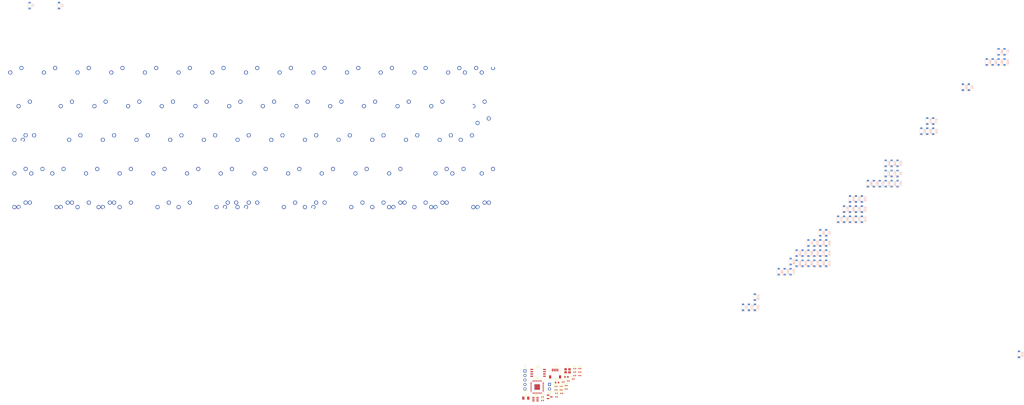
<source format=kicad_pcb>
(kicad_pcb (version 20211014) (generator pcbnew)
  (layers (0 "F.Cu" signal) (31 "B.Cu" signal) (34 "B.Paste" user) (35 "F.Paste" user) (36 "B.SilkS" user "B.Silkscreen") (37 "F.SilkS" user "F.Silkscreen") (38 "B.Mask" user) (39 "F.Mask" user) (44 "Edge.Cuts" user))
  (net 0 "")
  (net 1 "+3V3")
  (net 2 "GND")
  (net 3 "+5V")
  (net 4 "XTAL_IN")
  (net 5 "/XTAL_O")
  (net 6 "+1V1")
  (net 7 "ROW0")
  (net 8 "Net-(D1-Pad2)")
  (net 9 "Net-(D2-Pad2)")
  (net 10 "Net-(D3-Pad2)")
  (net 11 "Net-(D4-Pad2)")
  (net 12 "Net-(D5-Pad2)")
  (net 13 "Net-(D6-Pad2)")
  (net 14 "Net-(D7-Pad2)")
  (net 15 "Net-(D8-Pad2)")
  (net 16 "Net-(D9-Pad2)")
  (net 17 "Net-(D10-Pad2)")
  (net 18 "Net-(D11-Pad2)")
  (net 19 "Net-(D12-Pad2)")
  (net 20 "Net-(D13-Pad2)")
  (net 21 "Net-(D14-Pad2)")
  (net 22 "ROW1")
  (net 23 "Net-(D16-Pad2)")
  (net 24 "Net-(D17-Pad2)")
  (net 25 "Net-(D18-Pad2)")
  (net 26 "Net-(D19-Pad2)")
  (net 27 "Net-(D20-Pad2)")
  (net 28 "Net-(D21-Pad2)")
  (net 29 "Net-(D22-Pad2)")
  (net 30 "Net-(D23-Pad2)")
  (net 31 "Net-(D24-Pad2)")
  (net 32 "Net-(D25-Pad2)")
  (net 33 "Net-(D26-Pad2)")
  (net 34 "Net-(D27-Pad2)")
  (net 35 "Net-(D28-Pad2)")
  (net 36 "Net-(D29-Pad2)")
  (net 37 "ROW2")
  (net 38 "Net-(D32-Pad2)")
  (net 39 "Net-(D33-Pad2)")
  (net 40 "Net-(D34-Pad2)")
  (net 41 "Net-(D35-Pad2)")
  (net 42 "Net-(D36-Pad2)")
  (net 43 "Net-(D37-Pad2)")
  (net 44 "Net-(D38-Pad2)")
  (net 45 "Net-(D39-Pad2)")
  (net 46 "Net-(D40-Pad2)")
  (net 47 "Net-(D41-Pad2)")
  (net 48 "Net-(D42-Pad2)")
  (net 49 "Net-(D43-Pad2)")
  (net 50 "Net-(D44-Pad2)")
  (net 51 "Net-(D46-Pad2)")
  (net 52 "ROW3")
  (net 53 "Net-(D48-Pad2)")
  (net 54 "Net-(D49-Pad2)")
  (net 55 "Net-(D50-Pad2)")
  (net 56 "Net-(D51-Pad2)")
  (net 57 "Net-(D52-Pad2)")
  (net 58 "Net-(D53-Pad2)")
  (net 59 "Net-(D54-Pad2)")
  (net 60 "Net-(D55-Pad2)")
  (net 61 "Net-(D56-Pad2)")
  (net 62 "Net-(D57-Pad2)")
  (net 63 "Net-(D58-Pad2)")
  (net 64 "Net-(D59-Pad2)")
  (net 65 "Net-(D60-Pad2)")
  (net 66 "Net-(D62-Pad2)")
  (net 67 "ROW4")
  (net 68 "Net-(D63-Pad2)")
  (net 69 "Net-(D65-Pad2)")
  (net 70 "Net-(D68-Pad2)")
  (net 71 "Net-(D71-Pad2)")
  (net 72 "VBUS")
  (net 73 "~{RESET}")
  (net 74 "SWD")
  (net 75 "SWCLK")
  (net 76 "D_N")
  (net 77 "D_P")
  (net 78 "/D_+")
  (net 79 "/D_-")
  (net 80 "/~{USB_BOOT}")
  (net 81 "CS")
  (net 82 "XTAL_OUT")
  (net 83 "COL00")
  (net 84 "COL01")
  (net 85 "COL02")
  (net 86 "COL03")
  (net 87 "COL04")
  (net 88 "COL05")
  (net 89 "COL06")
  (net 90 "COL07")
  (net 91 "COL08")
  (net 92 "COL09")
  (net 93 "COL10")
  (net 94 "COL11")
  (net 95 "COL12")
  (net 96 "COL13")
  (net 127 "SD3")
  (net 128 "QSPI_CLK")
  (net 129 "SD0")
  (net 130 "SD2")
  (net 131 "SD1")
  (net 134 "Net-(D81-Pad2)")
  (net 135 "Net-(D73-Pad2)")
  (net 136 "Net-(D77-Pad2)")
  (net 137 "Net-(D80-Pad2)")
  (net 138 "Net-(D84-Pad2)")
  (net 139 "Net-(D87-Pad2)")
  (footprint "marbastlib-mx:SW_MX_1u" (layer "F.Cu") (at 123.825 28.575)
    (fp_text reference "SW6" hide)
    (fp_text value "MX_SW_solder" hide)
  )
  (footprint "marbastlib-mx:SW_MX_1u" (layer "F.Cu") (at 257.175 28.575)
    (fp_text reference "SW13" hide)
    (fp_text value "MX_SW_solder" hide)
  )
  (footprint "Capacitor_SMD:C_0402_1005Metric" (layer "F.Cu") (at 343.23 199.63)
    (fp_text reference "C11")
    (fp_text value "100nF")
  )
  (footprint "marbastlib-mx:SW_MX_1u" (layer "F.Cu") (at 47.625 28.575)
    (fp_text reference "SW2" hide)
    (fp_text value "MX_SW_solder" hide)
  )
  (footprint "marbastlib-mx:SW_MX_1u" (layer "F.Cu") (at 114.3 47.625)
    (fp_text reference "SW20" hide)
    (fp_text value "MX_SW_solder" hide)
  )
  (footprint "marbastlib-mx:SW_MX_1u" (layer "F.Cu") (at 133.35 47.625)
    (fp_text reference "SW21" hide)
    (fp_text value "MX_SW_solder" hide)
  )
  (footprint "marbastlib-mx:SW_MX_1u" (layer "F.Cu") (at 295.275 85.725)
    (fp_text reference "SW62" hide)
    (fp_text value "MX_SW_solder" hide)
  )
  (footprint "marbastlib-various:SOT-23-6-routable" (layer "F.Cu") (at 321.825 211)
    (fp_text reference "U4")
    (fp_text value "SRV05-4")
  )
  (footprint "marbastlib-mx:SW_MX_1u" (layer "F.Cu") (at 214.3125 66.675)
    (fp_text reference "SW41" hide)
    (fp_text value "MX_SW_solder" hide)
  )
  (footprint "marbastlib-mx:SW_MX_1u" (layer "F.Cu") (at 219.075 28.575)
    (fp_text reference "SW11" hide)
    (fp_text value "MX_SW_solder" hide)
  )
  (footprint "marbastlib-mx:STAB_MX_6.25u" (layer "F.Cu") (at 150.01875 104.775 180)
    (fp_text reference "REF**" hide)
    (fp_text value "STAB_MX_6.25u")
  )
  (footprint "Capacitor_SMD:C_0402_1005Metric" (layer "F.Cu") (at 344.04 197.66)
    (fp_text reference "C4")
    (fp_text value "22pF")
  )
  (footprint "marbastlib-mx:SW_MX_1u" (layer "F.Cu") (at 66.675 28.575)
    (fp_text reference "SW3" hide)
    (fp_text value "MX_SW_solder" hide)
  )
  (footprint "marbastlib-mx:SW_MX_1u" (layer "F.Cu") (at 185.7375 85.725)
    (fp_text reference "SW56" hide)
    (fp_text value "MX_SW_solder" hide)
  )
  (footprint "marbastlib-mx:SW_MX_1.25u" (layer "F.Cu") (at 145.25625 104.775)
    (fp_text reference "SW74" hide)
    (fp_text value "MX_SW_solder" hide)
  )
  (footprint "marbastlib-mx:STAB_MX_ISO_FLIPPED" (layer "F.Cu") (at 292.89375 57.15)
    (fp_text reference "REF**" hide)
    (fp_text value "STAB_MX_ISO_FLIPPED")
  )
  (footprint "marbastlib-mx:SW_MX_1u" (layer "F.Cu") (at 233.3625 66.675)
    (fp_text reference "SW42" hide)
    (fp_text value "MX_SW_solder" hide)
  )
  (footprint "marbastlib-mx:SW_MX_1u" (layer "F.Cu") (at 195.2625 66.675)
    (fp_text reference "SW40" hide)
    (fp_text value "MX_SW_solder" hide)
  )
  (footprint "marbastlib-mx:SW_MX_1u" (layer "F.Cu") (at 252.4125 66.675)
    (fp_text reference "SW43" hide)
    (fp_text value "MX_SW_solder" hide)
  )
  (footprint "marbastlib-mx:SW_MX_1.25u" (layer "F.Cu") (at 157.1625 104.775)
    (fp_text reference "SW76" hide)
    (fp_text value "MX_SW_solder" hide)
  )
  (footprint "Capacitor_SMD:C_0402_1005Metric" (layer "F.Cu") (at 346.95 193.7)
    (fp_text reference "C6")
    (fp_text value "1uF")
  )
  (footprint "marbastlib-mx:SW_MX_1.75u_stp" (layer "F.Cu") (at 30.95625 66.675)
    (fp_text reference "SW31" hide)
    (fp_text value "MX_SW_solder" hide)
  )
  (footprint "Connector_JST:JST_SH_SM04B-SRSS-TB_1x04-1MP_P1.00mm_Horizontal" (layer "F.Cu") (at 332.93 196.52)
    (fp_text reference "J2")
    (fp_text value "JST SH 4-pin")
  )
  (footprint "marbastlib-mx:SW_MX_1.75u" (layer "F.Cu") (at 35.71875 66.675)
    (fp_text reference "SW32" hide)
    (fp_text value "MX_SW_solder" hide)
  )
  (footprint "marbastlib-mx:SW_MX_1u" (layer "F.Cu") (at 123.825 104.775)
    (fp_text reference "SW72" hide)
    (fp_text value "MX_SW_solder" hide)
  )
  (footprint "marbastlib-mx:SW_MX_1.25u" (layer "F.Cu") (at 233.3625 104.775)
    (fp_text reference "SW83" hide)
    (fp_text value "MX_SW_solder" hide)
  )
  (footprint "marbastlib-mx:SW_MX_1.25u" (layer "F.Cu") (at 292.89375 104.775)
    (fp_text reference "SW87" hide)
    (fp_text value "MX_SW_solder" hide)
  )
  (footprint "Capacitor_SMD:C_0402_1005Metric" (layer "F.Cu") (at 346.91 197.66)
    (fp_text reference "C15")
    (fp_text value "100nF")
  )
  (footprint "marbastlib-mx:SW_MX_1.25u" (layer "F.Cu") (at 30.95625 85.725)
    (fp_text reference "SW47" hide)
    (fp_text value "MX_SW_solder" hide)
  )
  (footprint "marbastlib-mx:STAB_MX_2.25u" (layer "F.Cu") (at 283.36875 66.675)
    (fp_text reference "REF**" hide)
    (fp_text value "STAB_MX_2.25u")
  )
  (footprint "marbastlib-mx:STAB_MX_2.25u" (layer "F.Cu") (at 40.48125 85.725)
    (fp_text reference "REF**" hide)
    (fp_text value "STAB_MX_2.25u")
  )
  (footprint "marbastlib-mx:SW_MX_1u" (layer "F.Cu") (at 142.875 28.575)
    (fp_text reference "SW7" hide)
    (fp_text value "MX_SW_solder" hide)
  )
  (footprint "marbastlib-mx:SW_MX_1u" (layer "F.Cu") (at 119.0625 66.675)
    (fp_text reference "SW36" hide)
    (fp_text value "MX_SW_solder" hide)
  )
  (footprint "marbastlib-mx:SW_MX_1u" (layer "F.Cu") (at 180.975 28.575)
    (fp_text reference "SW9" hide)
    (fp_text value "MX_SW_solder" hide)
  )
  (footprint "marbastlib-mx:STAB_MX_2.75u" (layer "F.Cu") (at 195.2625 104.775 180)
    (fp_text reference "REF**" hide)
    (fp_text value "STAB_MX_2.75u")
  )
  (footprint "marbastlib-mx:SW_MX_1.25u" (layer "F.Cu") (at 54.76875 104.775)
    (fp_text reference "SW65" hide)
    (fp_text value "MX_SW_solder" hide)
  )
  (footprint "Capacitor_SMD:C_0402_1005Metric" (layer "F.Cu") (at 346.91 195.69)
    (fp_text reference "C12")
    (fp_text value "100nF")
  )
  (footprint "marbastlib-mx:SW_MX_1u" (layer "F.Cu") (at 152.4 47.625)
    (fp_text reference "SW22" hide)
    (fp_text value "MX_SW_solder" hide)
  )
  (footprint "marbastlib-mx:SW_MX_1u" (layer "F.Cu") (at 61.9125 66.675)
    (fp_text reference "SW33" hide)
    (fp_text value "MX_SW_solder" hide)
  )
  (footprint "marbastlib-mx:SW_MX_1.5u" (layer "F.Cu") (at 33.3375 104.775)
    (fp_text reference "SW64" hide)
    (fp_text value "MX_SW_solder" hide)
  )
  (footprint "marbastlib-mx:STAB_MX_2.25u" (layer "F.Cu") (at 123.825 104.775 180)
    (fp_text reference "REF**" hide)
    (fp_text value "STAB_MX_2.25u")
  )
  (footprint "Capacitor_SMD:C_0402_1005Metric" (layer "F.Cu") (at 333.48 203.82)
    (fp_text reference "C14")
    (fp_text value "100nF")
  )
  (footprint "Capacitor_SMD:C_0402_1005Metric" (layer "F.Cu") (at 336.35 205.79)
    (fp_text reference "C3")
    (fp_text value "1uF")
  )
  (footprint "Capacitor_SMD:C_0402_1005Metric" (layer "F.Cu") (at 344.04 195.69)
    (fp_text reference "C2")
    (fp_text value "1uF")
  )
  (footprint "marbastlib-mx:SW_MX_1.25u" (layer "F.Cu") (at 78.58125 104.775)
    (fp_text reference "SW68" hide)
    (fp_text value "MX_SW_solder" hide)
  )
  (footprint "marbastlib-mx:SW_MX_1.5u" (layer "F.Cu") (at 80.9625 104.775)
    (fp_text reference "SW69" hide)
    (fp_text value "MX_SW_solder" hide)
  )
  (footprint "marbastlib-mx:SW_MX_1u" (layer "F.Cu") (at 161.925 28.575)
    (fp_text reference "SW8" hide)
    (fp_text value "MX_SW_solder" hide)
  )
  (footprint "marbastlib-mx:SW_MX_1.5u" (layer "F.Cu") (at 290.5125 104.775)
    (fp_text reference "SW88" hide)
    (fp_text value "MX_SW_solder" hide)
  )
  (footprint "marbastlib-mx:SW_MX_1u" (layer "F.Cu") (at 295.275 28.575)
    (fp_text reference "SW46" hide)
    (fp_text value "MX_SW_solder" hide)
  )
  (footprint "marbastlib-mx:SW_MX_1u" (layer "F.Cu") (at 52.3875 85.725)
    (fp_text reference "SW49" hide)
    (fp_text value "MX_SW_solder" hide)
  )
  (footprint "marbastlib-mx:SW_MX_1u" (layer "F.Cu") (at 195.2625 104.775)
    (fp_text reference "SW79" hide)
    (fp_text value "MX_SW_solder" hide)
  )
  (footprint "marbastlib-mx:STAB_MX_2.75u" (layer "F.Cu") (at 183.35625 104.775 180)
    (fp_text reference "REF**" hide)
    (fp_text value "STAB_MX_2.75u")
  )
  (footprint "Resistor_SMD:R_0402_1005Metric" (layer "F.Cu") (at 344.06 193.71)
    (fp_text reference "R4")
    (fp_text value "1k")
  )
  (footprint "marbastlib-mx:SW_MX_1.25u" (layer "F.Cu") (at 90.4875 104.775)
    (fp_text reference "SW70" hide)
    (fp_text value "MX_SW_solder" hide)
  )
  (footprint "marbastlib-mx:SW_MX_1.25u" (layer "F.Cu") (at 257.175 104.775)
    (fp_text reference "SW86" hide)
    (fp_text value "MX_SW_solder" hide)
  )
  (footprint "marbastlib-mx:SW_MX_1u" (layer "F.Cu") (at 283.36875 66.675)
    (fp_text reference "SW45" hide)
    (fp_text value "MX_SW_solder" hide)
  )
  (footprint "marbastlib-mx:SW_MX_1u" (layer "F.Cu") (at 100.0125 66.675)
    (fp_text reference "SW35" hide)
    (fp_text value "MX_SW_solder" hide)
  )
  (footprint "marbastlib-mx:SW_MX_1u" (layer "F.Cu") (at 138.1125 66.675)
    (fp_text reference "SW37" hide)
    (fp_text value "MX_SW_solder" hide)
  )
  (footprint "marbastlib-mx:SW_MX_1u" (layer "F.Cu") (at 28.575 28.575)
    (fp_text reference "SW1" hide)
    (fp_text value "MX_SW_solder" hide)
  )
  (footprint "marbastlib-mx:SW_MX_1u" (layer "F.Cu") (at 109.5375 85.725)
    (fp_text reference "SW52" hide)
    (fp_text value "MX_SW_solder" hide)
  )
  (footprint "marbastlib-mx:SW_MX_1u" (layer "F.Cu") (at 266.7 104.775)
    (fp_text reference "SW85" hide)
    (fp_text value "MX_SW_solder" hide)
  )
  (footprint "marbastlib-mx:SW_MX_1.5u" (layer "F.Cu") (at 242.8875 104.775)
    (fp_text reference "SW82" hide)
    (fp_text value "MX_SW_solder" hide)
  )
  (footprint "Package_TO_SOT_SMD:SOT-23" (layer "F.Cu") (at 329.89 209.7)
    (fp_text reference "U3")
    (fp_text value "XC6206PxxxMR")
  )
  (footprint "marbastlib-mx:SW_MX_1u" (layer "F.Cu") (at 276.225 28.575)
    (fp_text reference "SW14" hide)
    (fp_text value "MX_SW_solder" hide)
  )
  (footprint "marbastlib-mx:SW_MX_1u" (layer "F.Cu") (at 228.6 47.625)
    (fp_text reference "SW26" hide)
    (fp_text value "MX_SW_solder" hide)
  )
  (footprint "Capacitor_SMD:C_0402_1005Metric" (layer "F.Cu") (at 339.22 203.28)
    (fp_text reference "C8")
    (fp_text value "100nF")
  )
  (footprint "Resistor_SMD:R_0603_1608Metric" (layer "F.Cu") (at 339.36 198.42)
    (fp_text reference "R3")
    (fp_text value "22R")
  )
  (footprint "marbastlib-mx:SW_MX_1u" (layer "F.Cu") (at 176.2125 66.675)
    (fp_text reference "SW39" hide)
    (fp_text value "MX_SW_solder" hide)
  )
  (footprint "marbastlib-mx:SW_MX_1u" (layer "F.Cu") (at 200.025 104.775)
    (fp_text reference "SW78" hide)
    (fp_text value "MX_SW_solder" hide)
  )
  (footprint "marbastlib-mx:SW_MX_1u" (layer "F.Cu") (at 57.15 104.775)
    (fp_text reference "SW66" hide)
    (fp_text value "MX_SW_solder" hide)
  )
  (footprint "marbastlib-mx:SW_MX_1u" (layer "F.Cu") (at 285.75 28.575)
    (fp_text reference "SW15" hide)
    (fp_text value "MX_SW_solder" hide)
  )
  (footprint "marbastlib-mx:STAB_MX_2u" (layer "F.Cu") (at 285.75 28.575)
    (fp_text reference "REF**" hide)
    (fp_text value "STAB_MX_2u")
  )
  (footprint "Sleep-Lib:RP2040-QFN-56" (layer "F.Cu") (at 322.8 204.13)
    (fp_text reference "U1")
    (fp_text value "RP2040")
  )
  (footprint "Capacitor_SMD:C_0402_1005Metric" (layer "F.Cu") (at 336.64 207.76)
    (fp_text reference "C9")
    (fp_text value "4.7uF")
  )
  (footprint "marbastlib-mx:SW_MX_1u" (layer "F.Cu") (at 190.5 47.625)
    (fp_text reference "SW24" hide)
    (fp_text value "MX_SW_solder" hide)
  )
  (footprint "marbastlib-mx:SW_MX_1u" (layer "F.Cu") (at 209.55 47.625)
    (fp_text reference "SW25" hide)
    (fp_text value "MX_SW_solder" hide)
  )
  (footprint "marbastlib-mx:STAB_MX_2.25u" (layer "F.Cu") (at 111.91875 104.775 180)
    (fp_text reference "REF**" hide)
    (fp_text value "STAB_MX_2.25u")
  )
  (footprint "marbastlib-mx:SW_MX_1u" (layer "F.Cu") (at 157.1625 66.675)
    (fp_text reference "SW38" hide)
    (fp_text value "MX_SW_solder" hide)
  )
  (footprint "marbastlib-mx:SW_MX_1u" (layer "F.Cu") (at 90.4875 85.725)
    (fp_text reference "SW51" hide)
    (fp_text value "MX_SW_solder" hide)
  )
  (footprint "marbastlib-mx:SW_MX_1.75u" (layer "F.Cu") (at 269.08125 85.725)
    (fp_text reference "SW60" hide)
    (fp_text value "MX_SW_solder" hide)
  )
  (footprint "marbastlib-mx:STAB_MX_2.75u" (layer "F.Cu") (at 278.60625 85.725)
    (fp_text reference "REF**" hide)
    (fp_text value "STAB_MX_2.75u")
  )
  (footprint "Resistor_SMD:R_0603_1608Metric" (layer "F.Cu") (at 334.05 201.58)
    (fp_text reference "R2")
    (fp_text value "22R")
  )
  (footprint "Connector_PinSocket_2.54mm:PinSocket_1x02_P2.54mm_Vertical" (layer "F.Cu") (at 329.77 202.65)
    (fp_text reference "SW0")
    (fp_text value "SW_Push")
  )
  (footprint "marbastlib-mx:SW_MX_1u" (layer "F.Cu") (at 40.48125 85.725)
    (fp_text reference "SW48" hide)
    (fp_text value "MX_SW_solder" hide)
  )
  (footprint "marbastlib-mx:SW_MX_1u" (layer "F.Cu") (at 95.25 47.625)
    (fp_text reference "SW19" hide)
    (fp_text value "MX_SW_solder" hide)
  )
  (footprint "marbastlib-mx:SW_MX_1.25u" (layer "F.Cu") (at 66.675 104.775)
    (fp_text reference "SW67" hide)
    (fp_text value "MX_SW_solder" hide)
  )
  (footprint "marbastlib-mx:SW_MX_1u" (layer "F.Cu") (at 183.35625 104.775)
    (fp_text reference "SW77" hide)
    (fp_text value "MX_SW_solder" hide)
  )
  (footprint "marbastlib-mx:SW_MX_1u" (layer "F.Cu") (at 204.7875 85.725)
    (fp_text reference "SW57" hide)
    (fp_text value "MX_SW_solder" hide)
  )
  (footprint "marbastlib-mx:SW_MX_1u" (layer "F.Cu") (at 111.91875 104.775)
    (fp_text reference "SW71" hide)
    (fp_text value "MX_SW_solder" hide)
  )
  (footprint "marbastlib-mx:SW_MX_1.25u" (layer "F.Cu") (at 30.95625 104.775)
    (fp_text reference "SW63" hide)
    (fp_text value "MX_SW_solder" hide)
  )
  (footprint "marbastlib-mx:SW_MX_1u" (layer "F.Cu") (at 80.9625 66.675)
    (fp_text reference "SW34" hide)
    (fp_text value "MX_SW_solder" hide)
  )
  (footprint "Resistor_SMD:R_0402_1005Metric" (layer "F.Cu") (at 325.85 209.77)
    (fp_text reference "R5")
    (fp_text value "1k")
  )
  (footprint "marbastlib-mx:STAB_MX_7u" (layer "F.Cu") (at 161.925 104.775 180)
    (fp_text reference "REF**" hide)
    (fp_text value "STAB_MX_7u")
  )
  (footprint "Package_SO:SOIC-8_5.23x5.23mm_P1.27mm" (layer "F.Cu") (at 323.33 196.1)
    (fp_text reference "U2")
    (fp_text value "W25Q128JVS")
  )
  (footprint "marbastlib-mx:SW_MX_1u" (layer "F.Cu") (at 76.2 47.625)
    (fp_text reference "SW18" hide)
    (fp_text value "MX_SW_solder" hide)
  )
  (footprint "marbastlib-mx:SW_MX_1u" (layer "F.Cu") (at 150.01875 104.775)
    (fp_text reference "SW73" hide)
    (fp_text value "MX_SW_solder" hide)
  )
  (footprint "marbastlib-mx:STAB_MX_3u" (layer "F.Cu") (at 200.025 104.775 180)
    (fp_text reference "REF**" hide)
    (fp_text value "STAB_MX_3u")
  )
  (footprint "marbastlib-mx:SW_MX_1.5u" (layer "F.Cu") (at 290.5125 47.625)
    (fp_text reference "SW29" hide)
    (fp_text value "MX_SW_solder" hide)
  )
  (footprint "marbastlib-mx:SW_MX_1u" (layer "F.Cu") (at 71.4375 85.725)
    (fp_text reference "SW50" hide)
    (fp_text value "MX_SW_solder" hide)
  )
  (footprint "Capacitor_SMD:C_0402_1005Metric" (layer "F.Cu") (at 333.77 207.76)
    (fp_text reference "C13")
    (fp_text value "100nF")
  )
  (footprint "marbastlib-mx:SW_MX_1u" (layer "F.Cu") (at 242.8875 85.725)
    (fp_text reference "SW59" hide)
    (fp_text value "MX_SW_solder" hide)
  )
  (footprint "marbastlib-mx:SW_MX_1u" (layer "F.Cu") (at 247.65 47.625)
    (fp_text reference "SW27" hide)
    (fp_text value "MX_SW_solder" hide)
  )
  (footprint "Fuse:Fuse_1206_3216Metric" (layer "F.Cu") (at 316.36 210.42)
    (fp_text reference "F1")
    (fp_text value "500mA")
  )
  (footprint "Resistor_SMD:R_0402_1005Metric" (layer "F.Cu") (at 325.85 211.76)
    (fp_text reference "R1")
    (fp_text value "1k")
  )
  (footprint "Capacitor_SMD:C_0402_1005Metric" (layer "F.Cu") (at 340.36 200.66)
    (fp_text reference "C1")
    (fp_text value "100nF")
  )
  (footprint "marbastlib-mx:SW_MX_1.25u" (layer "F.Cu") (at 221.45625 104.775)
    (fp_text reference "SW80" hide)
    (fp_text value "MX_SW_solder" hide)
  )
  (footprint "Capacitor_SMD:C_0402_1005Metric" (layer "F.Cu") (at 333.77 209.73)
    (fp_text reference "C5")
    (fp_text value "22pF")
  )
  (footprint "marbastlib-mx:SW_MX_1u" (layer "F.Cu") (at 292.89375 57.15)
    (fp_text reference "SW30" hide)
    (fp_text value "MX_SW_solder" hide)
  )
  (footprint "marbastlib-mx:SW_MX_1u" (layer "F.Cu") (at 278.60625 85.725)
    (fp_text reference "SW61" hide)
    (fp_text value "MX_SW_solder" hide)
  )
  (footprint "Capacitor_SMD:C_0402_1005Metric" (layer "F.Cu") (at 339.22 205.25)
    (fp_text reference "C17")
    (fp_text value "100nF")
  )
  (footprint "marbastlib-mx:SW_MX_1u" (layer "F.Cu") (at 128.5875 85.725)
    (fp_text reference "SW53" hide)
    (fp_text value "MX_SW_solder" hide)
  )
  (footprint "marbastlib-mx:SW_MX_1u" (layer "F.Cu") (at 200.025 28.575)
    (fp_text reference "SW10" hide)
    (fp_text value "MX_SW_solder" hide)
  )
  (footprint "Connector_PinSocket_2.54mm:PinSocket_1x05_P2.54mm_Vertical" (layer "F.Cu") (at 315.88 195.04)
    (fp_text reference "J1")
    (fp_text value "SWD")
  )
  (footprint "Capacitor_SMD:C_0402_1005Metric" (layer "F.Cu") (at 337.49 201.31)
    (fp_text reference "C16")
    (fp_text value "100nF")
  )
  (footprint "marbastlib-mx:SW_MX_1u" (layer "F.Cu") (at 223.8375 85.725)
    (fp_text reference "SW58" hide)
    (fp_text value "MX_SW_solder" hide)
  )
  (footprint "marbastlib-mx:SW_MX_1u" (layer "F.Cu") (at 147.6375 85.725)
    (fp_text reference "SW54" hide)
    (fp_text value "MX_SW_solder" hide)
  )
  (footprint "marbastlib-mx:SW_MX_1u" (layer "F.Cu") (at 266.7 47.625)
    (fp_text reference "SW28" hide)
    (fp_text value "MX_SW_solder" hide)
  )
  (footprint "marbastlib-mx:STAB_MX_3u" (layer "F.Cu") (at 123.825 104.775 180)
    (fp_text reference "REF**" hide)
    (fp_text value "STAB_MX_3u")
  )
  (footprint "marbastlib-mx:SW_MX_1u" (layer "F.Cu") (at 171.45 47.625)
    (fp_text reference "SW23" hide)
    (fp_text value "MX_SW_solder" hide)
  )
  (footprint "marbastlib-mx:SW_MX_1.25u" (layer "F.Cu") (at 245.26875 104.775)
    (fp_text reference "SW81" hide)
    (fp_text value "MX_SW_solder" hide)
  )
  (footprint "marbastlib-mx:SW_MX_1.25u" (layer "F.Cu") (at 269.08125 104.775)
    (fp_text reference "SW84" hide)
    (fp_text value "MX_SW_solder" hide)
  )
  (footprint "marbastlib-mx:SW_MX_1u" (layer "F.Cu") (at 238.125 28.575)
    (fp_text reference "SW12" hide)
    (fp_text value "MX_SW_solder" hide)
  )
  (footprint "marbastlib-mx:SW_MX_1.5u" (layer "F.Cu") (at 33.3375 47.625)
    (fp_text reference "SW16" hide)
    (fp_text value "MX_SW_solder" hide)
  )
  (footprint "marbastlib-mx:SW_MX_1u" (layer "F.Cu") (at 85.725 28.575)
    (fp_text reference "SW4" hide)
    (fp_text value "MX_SW_solder" hide)
  )
  (footprint "Capacitor_SMD:C_0402_1005Metric" (layer "F.Cu") (at 336.35 203.82)
    (fp_text reference "C10")
    (fp_text value "1uF")
  )
  (footprint "marbastlib-mx:SW_MX_1u" (layer "F.Cu") (at 166.6875 85.725)
    (fp_text reference "SW55" hide)
    (fp_text value "MX_SW_solder" hide)
  )
  (footprint "marbastlib-mx:SW_MX_1u" (layer "F.Cu") (at 161.925 104.775)
    (fp_text reference "SW75" hide)
    (fp_text value "MX_SW_solder" hide)
  )
  (footprint "Crystal:Crystal_SMD_3225-4Pin_3.2x2.5mm" (layer "F.Cu") (at 339.98 194.94)
    (fp_text reference "Y1")
    (fp_text value "12MHz")
  )
  (footprint "Capacitor_SMD:C_0402_1005Metric" (layer "F.Cu") (at 333.48 205.79)
    (fp_text reference "C7")
    (fp_text value "100nF")
  )
  (footprint "marbastlib-mx:STAB_MX_6.25u" (layer "F.Cu") (at 161.925 104.775 180)
    (fp_text reference "REF**" hide)
    (fp_text value "STAB_MX_6.25u")
  )
  (footprint "marbastlib-mx:SW_MX_1u" (layer "F.Cu") (at 271.4625 66.675)
    (fp_text reference "SW44" hide)
    (fp_text value "MX_SW_solder" hide)
  )
  (footprint "marbastlib-mx:SW_MX_1u" (layer "F.Cu") (at 104.775 28.575)
    (fp_text reference "SW5" hide)
    (fp_text value "MX_SW_solder" hide)
  )
  (footprint "marbastlib-mx:SW_MX_1u" (layer "F.Cu") (at 57.15 47.625)
    (fp_text reference "SW17" hide)
    (fp_text value "MX_SW_solder" hide)
  )
  (footprint "Diode_SMD:D_SOD-123" (layer "B.Cu") (at 503.08375 97.6075 90)
    (fp_text reference "D25")
    (fp_text value "D_Small")
  )
  (footprint "Diode_SMD:D_SOD-123" (layer "B.Cu") (at 516.55375 88.9375 90)
    (fp_text reference "D27")
    (fp_text value "D_Small")
  )
  (footprint "Diode_SMD:D_SOD-123" (layer "B.Cu") (at 543.42375 53.4975 90)
    (fp_text reference "D14")
    (fp_text value "D_Small")
  )
  (footprint "Diode_SMD:D_SOD-123" (layer "B.Cu") (at 493.03375 109.1075 90)
    (fp_text reference "D71")
    (fp_text value "D_Small")
  )
  (footprint "Diode_SMD:D_SOD-123" (layer "B.Cu") (at 479.56375 134.0375 90)
    (fp_text reference "D41")
    (fp_text value "D_Small")
  )
  (footprint "Diode_SMD:D_SOD-123" (layer "B.Cu") (at 506.43375 103.3575 90)
    (fp_text reference "D33")
    (fp_text value "D_Small")
  )
  (footprint "Diode_SMD:D_SOD-123" (layer "B.Cu") (at 35.71875 -11.90625 90)
    (fp_text reference "D1")
    (fp_text value "D_Small")
  )
  (footprint "Diode_SMD:D_SOD-123" (layer "B.Cu") (at 445.92375 158.9675 90)
    (fp_text reference "D21")
    (fp_text value "D_Small")
  )
  (footprint "Diode_SMD:D_SOD-123" (layer "B.Cu") (at 519.90375 88.9375 90)
    (fp_text reference "D53")
    (fp_text value "D_Small")
  )
  (footprint "Diode_SMD:D_SOD-123" (layer "B.Cu") (at 503.08375 103.3575 90)
    (fp_text reference "D63")
    (fp_text value "D_Small")
  )
  (footprint "Diode_SMD:D_SOD-123" (layer "B.Cu") (at 513.20375 88.9375 90)
    (fp_text reference "D51")
    (fp_text value "D_Small")
  )
  (footprint "Diode_SMD:D_SOD-123" (layer "B.Cu") (at 523.25375 77.4375 90)
    (fp_text reference "D38")
    (fp_text value "D_Small")
  )
  (footprint "Diode_SMD:D_SOD-123" (layer "B.Cu") (at 595.3125 185.58125 90)
    (fp_text reference "D29")
    (fp_text value "D_Small")
  )
  (footprint "Diode_SMD:D_SOD-123" (layer "B.Cu") (at 476.21375 128.2875 90)
    (fp_text reference "D62")
    (fp_text value "D_Small")
  )
  (footprint "Diode_SMD:D_SOD-123" (layer "B.Cu") (at 472.86375 128.2875 90)
    (fp_text reference "D37")
    (fp_text value "D_Small")
  )
  (footprint "Diode_SMD:D_SOD-123" (layer "B.Cu") (at 506.43375 97.6075 90)
    (fp_text reference "D20")
    (fp_text value "D_Small")
  )
  (footprint "Diode_SMD:D_SOD-123" (layer "B.Cu") (at 583.76375 20.0375 90)
    (fp_text reference "D84")
    (fp_text value "D_Small")
  )
  (footprint "Diode_SMD:D_SOD-123" (layer "B.Cu") (at 583.76375 14.2875 90)
    (fp_text reference "D81")
    (fp_text value "D_Small")
  )
  (footprint "Diode_SMD:D_SOD-123" (layer "B.Cu") (at 466.16375 133.0475 90)
    (fp_text reference "D48")
    (fp_text value "D_Small")
  )
  (footprint "Diode_SMD:D_SOD-123" (layer "B.Cu") (at 546.77375 59.2475 90)
    (fp_text reference "D35")
    (fp_text value "D_Small")
  )
  (footprint "Diode_SMD:D_SOD-123" (layer "B.Cu") (at 476.21375 122.5375 90)
    (fp_text reference "D4")
    (fp_text value "D_Small")
  )
  (footprint "Diode_SMD:D_SOD-123" (layer "B.Cu") (at 540.07375 59.2475 90)
    (fp_text reference "D32")
    (fp_text value "D_Small")
  )
  (footprint "Diode_SMD:D_SOD-123" (layer "B.Cu") (at 442.57375 158.9675 90)
    (fp_text reference "D73")
    (fp_text value "D_Small")
  )
  (footprint "Diode_SMD:D_SOD-123" (layer "B.Cu") (at 462.74375 138.7975 90)
    (fp_text reference "D52")
    (fp_text value "D_Small")
  )
  (footprint "Diode_SMD:D_SOD-123" (layer "B.Cu") (at 496.38375 109.1075 90)
    (fp_text reference "D87")
    (fp_text value "D_Small")
  )
  (footprint "Diode_SMD:D_SOD-123" (layer "B.Cu") (at 486.26375 122.5375 90)
    (fp_text reference "D59")
    (fp_text value "D_Small")
  )
  (footprint "Diode_SMD:D_SOD-123" (layer "B.Cu") (at 476.21375 134.0375 90)
    (fp_text reference "D39")
    (fp_text value "D_Small")
  )
  (footprint "Diode_SMD:D_SOD-123" (layer "B.Cu") (at 523.25375 88.9375 90)
    (fp_text reference "D26")
    (fp_text value "D_Small")
  )
  (footprint "Diode_SMD:D_SOD-123" (layer "B.Cu") (at 587.11375 14.2875 90)
    (fp_text reference "D17")
    (fp_text value "D_Small")
  )
  (footprint "Diode_SMD:D_SOD-123" (layer "B.Cu") (at 580.41375 20.0375 90)
    (fp_text reference "D50")
    (fp_text value "D_Small")
  )
  (footprint "Diode_SMD:D_SOD-123" (layer "B.Cu") (at 479.56375 122.5375 90)
    (fp_text reference "D10")
    (fp_text value "D_Small")
  )
  (footprint "Diode_SMD:D_SOD-123" (layer "B.Cu") (at 519.90375 83.1875 90)
    (fp_text reference "D42")
    (fp_text value "D_Small")
  )
  (footprint "Diode_SMD:D_SOD-123" (layer "B.Cu") (at 482.91375 116.7875 90)
    (fp_text reference "D9")
    (fp_text value "D_Small")
  )
  (footprint "Diode_SMD:D_SOD-123" (layer "B.Cu") (at 469.51375 134.0375 90)
    (fp_text reference "D68")
    (fp_text value "D_Small")
  )
  (footprint "Diode_SMD:D_SOD-123" (layer "B.Cu") (at 482.91375 134.0375 90)
    (fp_text reference "D36")
    (fp_text value "D_Small")
  )
  (footprint "Diode_SMD:D_SOD-123" (layer "B.Cu") (at 482.91375 128.2875 90)
    (fp_text reference "D13")
    (fp_text value "D_Small")
  )
  (footprint "Diode_SMD:D_SOD-123" (layer "B.Cu") (at 543.42375 59.2475 90)
    (fp_text reference "D55")
    (fp_text value "D_Small")
  )
  (footprint "Diode_SMD:D_SOD-123" (layer "B.Cu") (at 587.11375 20.0375 90)
    (fp_text reference "D60")
    (fp_text value "D_Small")
  )
  (footprint "Diode_SMD:D_SOD-123" (layer "B.Cu") (at 506.43375 109.1075 90)
    (fp_text reference "D16")
    (fp_text value "D_Small")
  )
  (footprint "Diode_SMD:D_SOD-123" (layer "B.Cu") (at 523.25375 83.1875 90)
    (fp_text reference "D11")
    (fp_text value "D_Small")
  )
  (footprint "Diode_SMD:D_SOD-123" (layer "B.Cu") (at 526.60375 77.4375 90)
    (fp_text reference "D23")
    (fp_text value "D_Small")
  )
  (footprint "Diode_SMD:D_SOD-123" (layer "B.Cu") (at 566.94375 34.3175 90)
    (fp_text reference "D6")
    (fp_text value "D_Small")
  )
  (footprint "Diode_SMD:D_SOD-123" (layer "B.Cu") (at 486.26375 116.7875 90)
    (fp_text reference "D3")
    (fp_text value "D_Small")
  )
  (footprint "Diode_SMD:D_SOD-123" (layer "B.Cu") (at 509.85375 88.9375 90)
    (fp_text reference "D80")
    (fp_text value "D_Small")
  )
  (footprint "Diode_SMD:D_SOD-123" (layer "B.Cu") (at 526.60375 88.9375 90)
    (fp_text reference "D57")
    (fp_text value "D_Small")
  )
  (footprint "Diode_SMD:D_SOD-123" (layer "B.Cu") (at 499.73375 103.3575 90)
    (fp_text reference "D56")
    (fp_text value "D_Small")
  )
  (footprint "Diode_SMD:D_SOD-123" (layer "B.Cu") (at 496.38375 103.3575 90)
    (fp_text reference "D12")
    (fp_text value "D_Small")
  )
  (footprint "Diode_SMD:D_SOD-123" (layer "B.Cu") (at 526.60375 83.1875 90)
    (fp_text reference "D5")
    (fp_text value "D_Small")
  )
  (footprint "Diode_SMD:D_SOD-123" (layer "B.Cu") (at 499.73375 109.1075 90)
    (fp_text reference "D22")
    (fp_text value "D_Small")
  )
  (footprint "Diode_SMD:D_SOD-123" (layer "B.Cu") (at 577.06375 20.0375 90)
    (fp_text reference "D54")
    (fp_text value "D_Small")
  )
  (footprint "Diode_SMD:D_SOD-123" (layer "B.Cu") (at 486.26375 134.0375 90)
    (fp_text reference "D19")
    (fp_text value "D_Small")
  )
  (footprint "Diode_SMD:D_SOD-123" (layer "B.Cu") (at 466.09375 138.7975 90)
    (fp_text reference "D44")
    (fp_text value "D_Small")
  )
  (footprint "Diode_SMD:D_SOD-123" (layer "B.Cu") (at 519.90375 77.4375 90)
    (fp_text reference "D65")
    (fp_text value "D_Small")
  )
  (footprint "Diode_SMD:D_SOD-123" (layer "B.Cu") (at 503.08375 109.1075 90)
    (fp_text reference "D34")
    (fp_text value "D_Small")
  )
  (footprint "Diode_SMD:D_SOD-123" (layer "B.Cu") (at 439.22375 158.9675 90)
    (fp_text reference "D7")
    (fp_text value "D_Small")
  )
  (footprint "Diode_SMD:D_SOD-123" (layer "B.Cu") (at 445.92375 153.2175 90)
    (fp_text reference "D18")
    (fp_text value "D_Small")
  )
  (footprint "Diode_SMD:D_SOD-123" (layer "B.Cu") (at 459.39375 138.7975 90)
    (fp_text reference "D8")
    (fp_text value "D_Small")
  )
  (footprint "Diode_SMD:D_SOD-123" (layer "B.Cu") (at 499.73375 97.6075 90)
    (fp_text reference "D46")
    (fp_text value "D_Small")
  )
  (footprint "Diode_SMD:D_SOD-123" (layer "B.Cu") (at 469.51375 128.2875 90)
    (fp_text reference "D28")
    (fp_text value "D_Small")
  )
  (footprint "Diode_SMD:D_SOD-123" (layer "B.Cu") (at 563.59375 34.3175 90)
    (fp_text reference "D24")
    (fp_text value "D_Small")
  )
  (footprint "Diode_SMD:D_SOD-123" (layer "B.Cu") (at 486.26375 128.2875 90)
    (fp_text reference "D49")
    (fp_text value "D_Small")
  )
  (footprint "Diode_SMD:D_SOD-123" (layer "B.Cu") (at 472.86375 134.0375 90)
    (fp_text reference "D58")
    (fp_text value "D_Small")
  )
  (footprint "Diode_SMD:D_SOD-123" (layer "B.Cu") (at 52.3875 -11.90625 90)
    (fp_text reference "D2")
    (fp_text value "D_Small")
  )
  (footprint "Diode_SMD:D_SOD-123" (layer "B.Cu") (at 482.91375 122.5375 90)
    (fp_text reference "D40")
    (fp_text value "D_Small")
  )
  (footprint "Diode_SMD:D_SOD-123" (layer "B.Cu") (at 546.77375 53.4975 90)
    (fp_text reference "D77")
    (fp_text value "D_Small")
  )
  (footprint "Diode_SMD:D_SOD-123" (layer "B.Cu") (at 479.56375 128.2875 90)
    (fp_text reference "D43")
    (fp_text value "D_Small")
  )
)
</source>
